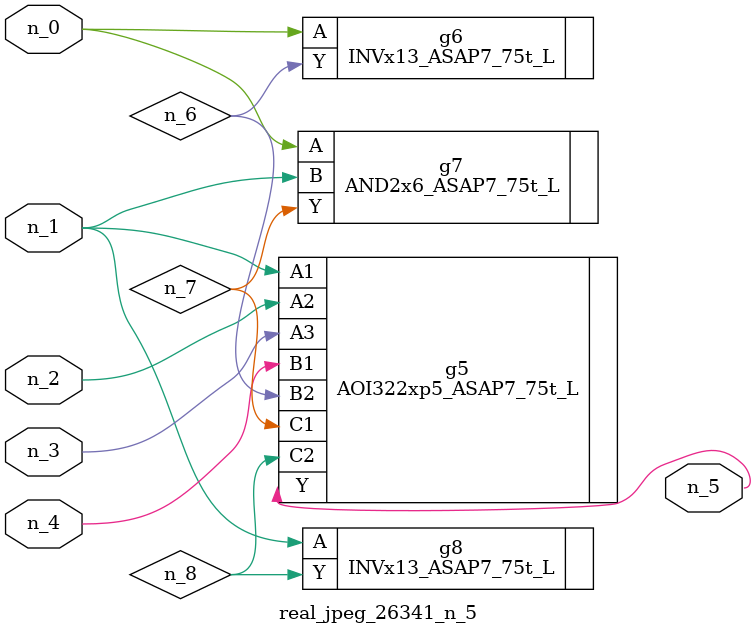
<source format=v>
module real_jpeg_26341_n_5 (n_4, n_0, n_1, n_2, n_3, n_5);

input n_4;
input n_0;
input n_1;
input n_2;
input n_3;

output n_5;

wire n_8;
wire n_6;
wire n_7;

INVx13_ASAP7_75t_L g6 ( 
.A(n_0),
.Y(n_6)
);

AND2x6_ASAP7_75t_L g7 ( 
.A(n_0),
.B(n_1),
.Y(n_7)
);

AOI322xp5_ASAP7_75t_L g5 ( 
.A1(n_1),
.A2(n_2),
.A3(n_3),
.B1(n_4),
.B2(n_6),
.C1(n_7),
.C2(n_8),
.Y(n_5)
);

INVx13_ASAP7_75t_L g8 ( 
.A(n_1),
.Y(n_8)
);


endmodule
</source>
